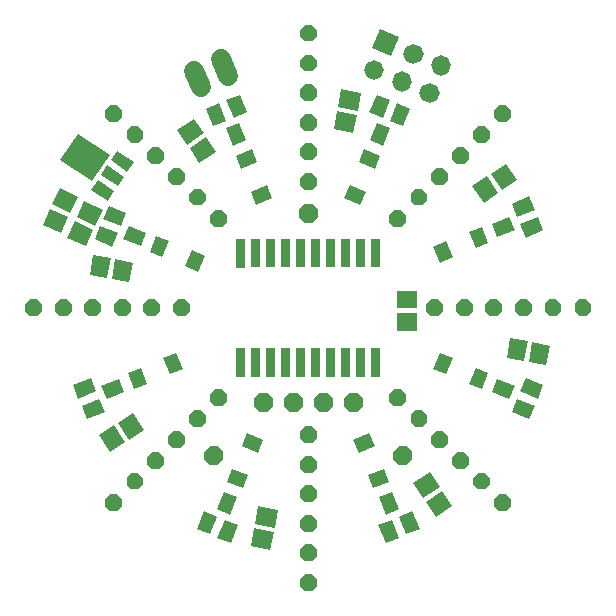
<source format=gbs>
G04 Layer: BottomSolderMaskLayer*
G04 EasyEDA v6.2.46, 2019-12-20T15:47:03+02:00*
G04 e460ad1c73c14af8b4042999b0e6f5d6,e8986612fe13436f8f5b72e5f572de6a,00*
G04 Gerber Generator version 0.2*
G04 Scale: 100 percent, Rotated: No, Reflected: No *
G04 Dimensions in inches *
G04 leading zeros omitted , absolute positions ,2 integer and 4 decimal *
%FSLAX24Y24*%
%MOIN*%
G90*
G70D02*

%ADD23C,0.068000*%

%LPD*%
G54D23*
G01X6026Y17748D02*
G01X6256Y17194D01*
G01X6950Y18131D02*
G01X7180Y17576D01*
G36*
G01X7347Y15244D02*
G01X7106Y15828D01*
G01X7543Y16010D01*
G01X7784Y15426D01*
G01X7347Y15244D01*
G37*
G36*
G01X7361Y16188D02*
G01X7120Y16772D01*
G01X7556Y16953D01*
G01X7798Y16369D01*
G01X7361Y16188D01*
G37*
G36*
G01X6670Y15902D02*
G01X6429Y16485D01*
G01X6866Y16667D01*
G01X7108Y16084D01*
G01X6670Y15902D01*
G37*
G36*
G01X4260Y11898D02*
G01X3677Y12140D01*
G01X3858Y12578D01*
G01X4441Y12336D01*
G01X4260Y11898D01*
G37*
G36*
G01X3603Y12575D02*
G01X3020Y12816D01*
G01X3201Y13255D01*
G01X3784Y13013D01*
G01X3603Y12575D01*
G37*
G36*
G01X3317Y11884D02*
G01X2734Y12126D01*
G01X2915Y12564D01*
G01X3497Y12322D01*
G01X3317Y11884D01*
G37*
G36*
G01X3131Y6806D02*
G01X2949Y7244D01*
G01X3533Y7484D01*
G01X3714Y7048D01*
G01X3131Y6806D01*
G37*
G36*
G01X2187Y6820D02*
G01X2005Y7258D01*
G01X2589Y7498D01*
G01X2771Y7062D01*
G01X2187Y6820D01*
G37*
G36*
G01X2474Y6129D02*
G01X2292Y6567D01*
G01X2876Y6808D01*
G01X3057Y6371D01*
G01X2474Y6129D01*
G37*
G36*
G01X7244Y2949D02*
G01X6806Y3131D01*
G01X7048Y3714D01*
G01X7484Y3533D01*
G01X7244Y2949D01*
G37*
G36*
G01X6567Y2292D02*
G01X6129Y2474D01*
G01X6371Y3057D01*
G01X6808Y2876D01*
G01X6567Y2292D01*
G37*
G36*
G01X7258Y2005D02*
G01X6820Y2187D01*
G01X7062Y2771D01*
G01X7498Y2589D01*
G01X7258Y2005D01*
G37*
G36*
G01X12441Y2949D02*
G01X12200Y3533D01*
G01X12637Y3714D01*
G01X12879Y3131D01*
G01X12441Y2949D01*
G37*
G36*
G01X12427Y2005D02*
G01X12186Y2589D01*
G01X12623Y2771D01*
G01X12865Y2187D01*
G01X12427Y2005D01*
G37*
G36*
G01X13118Y2292D02*
G01X12877Y2876D01*
G01X13313Y3057D01*
G01X13556Y2474D01*
G01X13118Y2292D01*
G37*
G36*
G01X16554Y6806D02*
G01X15971Y7048D01*
G01X16152Y7484D01*
G01X16735Y7244D01*
G01X16554Y6806D01*
G37*
G36*
G01X17211Y6129D02*
G01X16628Y6371D01*
G01X16809Y6808D01*
G01X17393Y6567D01*
G01X17211Y6129D01*
G37*
G36*
G01X17498Y6820D02*
G01X16914Y7062D01*
G01X17096Y7498D01*
G01X17679Y7258D01*
G01X17498Y6820D01*
G37*
G36*
G01X16152Y12200D02*
G01X15971Y12637D01*
G01X16554Y12879D01*
G01X16735Y12441D01*
G01X16152Y12200D01*
G37*
G36*
G01X17096Y12186D02*
G01X16914Y12623D01*
G01X17498Y12865D01*
G01X17679Y12427D01*
G01X17096Y12186D01*
G37*
G36*
G01X16809Y12877D02*
G01X16628Y13313D01*
G01X17211Y13556D01*
G01X17393Y13118D01*
G01X16809Y12877D01*
G37*
G36*
G01X12336Y15244D02*
G01X11898Y15425D01*
G01X12140Y16008D01*
G01X12578Y15827D01*
G01X12336Y15244D01*
G37*
G36*
G01X13013Y15901D02*
G01X12575Y16082D01*
G01X12816Y16665D01*
G01X13255Y16484D01*
G01X13013Y15901D01*
G37*
G36*
G01X12322Y16187D02*
G01X11884Y16368D01*
G01X12126Y16951D01*
G01X12564Y16770D01*
G01X12322Y16187D01*
G37*
G36*
G01X6218Y14663D02*
G01X5889Y15156D01*
G01X6445Y15529D01*
G01X6775Y15037D01*
G01X6218Y14663D01*
G37*
G36*
G01X5802Y15286D02*
G01X5473Y15778D01*
G01X6030Y16151D01*
G01X6359Y15659D01*
G01X5802Y15286D01*
G37*
G36*
G01X3870Y10689D02*
G01X3290Y10804D01*
G01X3420Y11462D01*
G01X4001Y11347D01*
G01X3870Y10689D01*
G37*
G36*
G01X3136Y10834D02*
G01X2556Y10949D01*
G01X2686Y11607D01*
G01X3267Y11492D01*
G01X3136Y10834D01*
G37*
G36*
G01X3874Y5452D02*
G01X3501Y6009D01*
G01X3993Y6338D01*
G01X4366Y5781D01*
G01X3874Y5452D01*
G37*
G36*
G01X3253Y5035D02*
G01X2880Y5593D01*
G01X3371Y5922D01*
G01X3744Y5365D01*
G01X3253Y5035D01*
G37*
G36*
G01X8727Y2517D02*
G01X8069Y2648D01*
G01X8184Y3228D01*
G01X8842Y3098D01*
G01X8727Y2517D01*
G37*
G36*
G01X8582Y1784D02*
G01X7923Y1914D01*
G01X8039Y2494D01*
G01X8697Y2364D01*
G01X8582Y1784D01*
G37*
G36*
G01X13676Y3501D02*
G01X13347Y3993D01*
G01X13904Y4366D01*
G01X14233Y3874D01*
G01X13676Y3501D01*
G37*
G36*
G01X14091Y2880D02*
G01X13763Y3371D01*
G01X14319Y3744D01*
G01X14650Y3253D01*
G01X14091Y2880D01*
G37*
G36*
G01X17037Y8069D02*
G01X16457Y8184D01*
G01X16587Y8842D01*
G01X17168Y8727D01*
G01X17037Y8069D01*
G37*
G36*
G01X17771Y7923D02*
G01X17191Y8039D01*
G01X17321Y8697D01*
G01X17901Y8582D01*
G01X17771Y7923D01*
G37*
G36*
G01X15691Y13347D02*
G01X15319Y13904D01*
G01X15811Y14233D01*
G01X16184Y13676D01*
G01X15691Y13347D01*
G37*
G36*
G01X16313Y13763D02*
G01X15941Y14319D01*
G01X16432Y14650D01*
G01X16805Y14091D01*
G01X16313Y13763D01*
G37*
G36*
G01X11347Y15684D02*
G01X10689Y15815D01*
G01X10804Y16395D01*
G01X11462Y16265D01*
G01X11347Y15684D01*
G37*
G36*
G01X11492Y16418D02*
G01X10834Y16549D01*
G01X10949Y17129D01*
G01X11607Y16999D01*
G01X11492Y16418D01*
G37*
G36*
G01X12790Y9080D02*
G01X12790Y9672D01*
G01X13460Y9672D01*
G01X13460Y9080D01*
G01X12790Y9080D01*
G37*
G36*
G01X12790Y9828D02*
G01X12790Y10420D01*
G01X13460Y10420D01*
G01X13460Y9828D01*
G01X12790Y9828D01*
G37*
G36*
G01X12609Y18245D02*
G01X11980Y18505D01*
G01X12240Y19133D01*
G01X12869Y18873D01*
G01X12609Y18245D01*
G37*
G36*
G01X12042Y17422D02*
G01X11799Y17523D01*
G01X11699Y17765D01*
G01X11799Y18008D01*
G01X12042Y18109D01*
G01X12285Y18008D01*
G01X12385Y17765D01*
G01X12285Y17523D01*
G01X12042Y17422D01*
G37*
G36*
G01X13347Y17963D02*
G01X13106Y18064D01*
G01X13005Y18307D01*
G01X13106Y18549D01*
G01X13347Y18650D01*
G01X13591Y18549D01*
G01X13691Y18307D01*
G01X13591Y18064D01*
G01X13347Y17963D01*
G37*
G36*
G01X12966Y17039D02*
G01X12723Y17140D01*
G01X12622Y17383D01*
G01X12723Y17625D01*
G01X12966Y17726D01*
G01X13209Y17625D01*
G01X13309Y17383D01*
G01X13209Y17140D01*
G01X12966Y17039D01*
G37*
G36*
G01X14272Y17581D02*
G01X14030Y17681D01*
G01X13929Y17924D01*
G01X14030Y18167D01*
G01X14272Y18267D01*
G01X14515Y18167D01*
G01X14616Y17924D01*
G01X14515Y17681D01*
G01X14272Y17581D01*
G37*
G36*
G01X13890Y16657D02*
G01X13647Y16757D01*
G01X13546Y17000D01*
G01X13647Y17243D01*
G01X13890Y17343D01*
G01X14132Y17243D01*
G01X14233Y17000D01*
G01X14132Y16757D01*
G01X13890Y16657D01*
G37*
G36*
G01X2425Y11902D02*
G01X1817Y12185D01*
G01X2067Y12722D01*
G01X2675Y12438D01*
G01X2425Y11902D01*
G37*
G36*
G01X2741Y12580D02*
G01X2133Y12863D01*
G01X2383Y13400D01*
G01X2991Y13116D01*
G01X2741Y12580D01*
G37*
G36*
G01X1602Y12333D02*
G01X994Y12616D01*
G01X1245Y13152D01*
G01X1852Y12869D01*
G01X1602Y12333D01*
G37*
G36*
G01X1918Y13010D02*
G01X1311Y13294D01*
G01X1561Y13830D01*
G01X2168Y13547D01*
G01X1918Y13010D01*
G37*
G36*
G01X6562Y4604D02*
G01X6376Y4790D01*
G01X6376Y5053D01*
G01X6562Y5238D01*
G01X6823Y5238D01*
G01X7009Y5053D01*
G01X7009Y4790D01*
G01X6823Y4604D01*
G01X6562Y4604D01*
G37*
G36*
G01X9711Y12675D02*
G01X9525Y12861D01*
G01X9525Y13122D01*
G01X9711Y13309D01*
G01X9974Y13309D01*
G01X10160Y13122D01*
G01X10160Y12861D01*
G01X9974Y12675D01*
G01X9711Y12675D01*
G37*
G36*
G01X8211Y6376D02*
G01X8025Y6562D01*
G01X8025Y6823D01*
G01X8211Y7009D01*
G01X8474Y7009D01*
G01X8660Y6823D01*
G01X8660Y6562D01*
G01X8474Y6376D01*
G01X8211Y6376D01*
G37*
G36*
G01X9211Y6376D02*
G01X9025Y6562D01*
G01X9025Y6823D01*
G01X9211Y7009D01*
G01X9474Y7009D01*
G01X9660Y6823D01*
G01X9660Y6562D01*
G01X9474Y6376D01*
G01X9211Y6376D01*
G37*
G36*
G01X10211Y6376D02*
G01X10025Y6562D01*
G01X10025Y6823D01*
G01X10211Y7009D01*
G01X10474Y7009D01*
G01X10660Y6823D01*
G01X10660Y6562D01*
G01X10474Y6376D01*
G01X10211Y6376D01*
G37*
G36*
G01X11211Y6376D02*
G01X11025Y6562D01*
G01X11025Y6823D01*
G01X11211Y7009D01*
G01X11474Y7009D01*
G01X11660Y6823D01*
G01X11660Y6562D01*
G01X11474Y6376D01*
G01X11211Y6376D01*
G37*
G36*
G01X12861Y4604D02*
G01X12675Y4790D01*
G01X12675Y5053D01*
G01X12861Y5238D01*
G01X13122Y5238D01*
G01X13309Y5053D01*
G01X13309Y4790D01*
G01X13122Y4604D01*
G01X12861Y4604D01*
G37*
G36*
G01X8101Y13288D02*
G01X7925Y13713D01*
G01X8461Y13936D01*
G01X8637Y13511D01*
G01X8101Y13288D01*
G37*
G36*
G01X7608Y14478D02*
G01X7431Y14903D01*
G01X7968Y15125D01*
G01X8144Y14700D01*
G01X7608Y14478D01*
G37*
G36*
G01X6174Y11048D02*
G01X5749Y11224D01*
G01X5971Y11760D01*
G01X6396Y11584D01*
G01X6174Y11048D01*
G37*
G36*
G01X4985Y11541D02*
G01X4560Y11717D01*
G01X4781Y12253D01*
G01X5206Y12077D01*
G01X4985Y11541D01*
G37*
G36*
G01X5243Y7623D02*
G01X5021Y8159D01*
G01X5446Y8335D01*
G01X5668Y7800D01*
G01X5243Y7623D01*
G37*
G36*
G01X4054Y7131D02*
G01X3832Y7667D01*
G01X4257Y7843D01*
G01X4479Y7306D01*
G01X4054Y7131D01*
G37*
G36*
G01X8159Y5021D02*
G01X7623Y5243D01*
G01X7800Y5668D01*
G01X8335Y5446D01*
G01X8159Y5021D01*
G37*
G36*
G01X7667Y3832D02*
G01X7131Y4054D01*
G01X7306Y4479D01*
G01X7843Y4257D01*
G01X7667Y3832D01*
G37*
G36*
G01X11526Y5021D02*
G01X11349Y5446D01*
G01X11885Y5668D01*
G01X12061Y5243D01*
G01X11526Y5021D01*
G37*
G36*
G01X12018Y3832D02*
G01X11842Y4257D01*
G01X12378Y4479D01*
G01X12554Y4054D01*
G01X12018Y3832D01*
G37*
G36*
G01X14441Y7623D02*
G01X14016Y7800D01*
G01X14238Y8335D01*
G01X14663Y8159D01*
G01X14441Y7623D01*
G37*
G36*
G01X15631Y7131D02*
G01X15206Y7306D01*
G01X15428Y7843D01*
G01X15853Y7667D01*
G01X15631Y7131D01*
G37*
G36*
G01X14238Y11349D02*
G01X14016Y11885D01*
G01X14441Y12061D01*
G01X14663Y11526D01*
G01X14238Y11349D01*
G37*
G36*
G01X15428Y11842D02*
G01X15206Y12378D01*
G01X15631Y12554D01*
G01X15853Y12018D01*
G01X15428Y11842D01*
G37*
G36*
G01X11584Y13288D02*
G01X11048Y13511D01*
G01X11224Y13936D01*
G01X11760Y13713D01*
G01X11584Y13288D01*
G37*
G36*
G01X12077Y14479D02*
G01X11541Y14700D01*
G01X11717Y15125D01*
G01X12253Y14903D01*
G01X12077Y14479D01*
G37*
G36*
G01X11933Y7543D02*
G01X11933Y8493D01*
G01X12253Y8493D01*
G01X12253Y7543D01*
G01X11933Y7543D01*
G37*
G36*
G01X11433Y7543D02*
G01X11433Y8493D01*
G01X11753Y8493D01*
G01X11753Y7543D01*
G01X11433Y7543D01*
G37*
G36*
G01X10933Y7543D02*
G01X10933Y8493D01*
G01X11253Y8493D01*
G01X11253Y7543D01*
G01X10933Y7543D01*
G37*
G36*
G01X10433Y7543D02*
G01X10433Y8493D01*
G01X10753Y8493D01*
G01X10753Y7543D01*
G01X10433Y7543D01*
G37*
G36*
G01X9933Y7543D02*
G01X9933Y8493D01*
G01X10253Y8493D01*
G01X10253Y7543D01*
G01X9933Y7543D01*
G37*
G36*
G01X9433Y7543D02*
G01X9433Y8493D01*
G01X9753Y8493D01*
G01X9753Y7543D01*
G01X9433Y7543D01*
G37*
G36*
G01X8933Y7543D02*
G01X8933Y8493D01*
G01X9253Y8493D01*
G01X9253Y7543D01*
G01X8933Y7543D01*
G37*
G36*
G01X8433Y7543D02*
G01X8433Y8493D01*
G01X8753Y8493D01*
G01X8753Y7543D01*
G01X8433Y7543D01*
G37*
G36*
G01X7931Y7543D02*
G01X7931Y8493D01*
G01X8253Y8493D01*
G01X8253Y7543D01*
G01X7931Y7543D01*
G37*
G36*
G01X7431Y7543D02*
G01X7431Y8493D01*
G01X7753Y8493D01*
G01X7753Y7543D01*
G01X7431Y7543D01*
G37*
G36*
G01X7931Y11193D02*
G01X7931Y12143D01*
G01X8253Y12143D01*
G01X8253Y11193D01*
G01X7931Y11193D01*
G37*
G36*
G01X7431Y11183D02*
G01X7431Y12133D01*
G01X7753Y12133D01*
G01X7753Y11183D01*
G01X7431Y11183D01*
G37*
G36*
G01X8433Y11193D02*
G01X8433Y12143D01*
G01X8753Y12143D01*
G01X8753Y11193D01*
G01X8433Y11193D01*
G37*
G36*
G01X8933Y11193D02*
G01X8933Y12143D01*
G01X9253Y12143D01*
G01X9253Y11193D01*
G01X8933Y11193D01*
G37*
G36*
G01X9433Y11193D02*
G01X9433Y12143D01*
G01X9753Y12143D01*
G01X9753Y11193D01*
G01X9433Y11193D01*
G37*
G36*
G01X9933Y11193D02*
G01X9933Y12143D01*
G01X10253Y12143D01*
G01X10253Y11193D01*
G01X9933Y11193D01*
G37*
G36*
G01X10433Y11193D02*
G01X10433Y12143D01*
G01X10753Y12143D01*
G01X10753Y11193D01*
G01X10433Y11193D01*
G37*
G36*
G01X10933Y11193D02*
G01X10933Y12143D01*
G01X11253Y12143D01*
G01X11253Y11193D01*
G01X10933Y11193D01*
G37*
G36*
G01X11433Y11193D02*
G01X11433Y12143D01*
G01X11753Y12143D01*
G01X11753Y11193D01*
G01X11433Y11193D01*
G37*
G36*
G01X11933Y11193D02*
G01X11933Y12143D01*
G01X12253Y12143D01*
G01X12253Y11193D01*
G01X11933Y11193D01*
G37*
G36*
G01X3165Y13401D02*
G01X2607Y13772D01*
G01X2826Y14102D01*
G01X3384Y13730D01*
G01X3165Y13401D01*
G37*
G36*
G01X3820Y14384D02*
G01X3261Y14756D01*
G01X3482Y15084D01*
G01X4039Y14712D01*
G01X3820Y14384D01*
G37*
G36*
G01X3493Y13891D02*
G01X2935Y14263D01*
G01X3154Y14593D01*
G01X3711Y14221D01*
G01X3493Y13891D01*
G37*
G36*
G01X2635Y14062D02*
G01X1586Y14762D01*
G01X2177Y15647D01*
G01X3226Y14947D01*
G01X2635Y14062D01*
G37*
G36*
G01X9726Y14787D02*
G01X9562Y14951D01*
G01X9562Y15183D01*
G01X9726Y15347D01*
G01X9959Y15347D01*
G01X10123Y15183D01*
G01X10123Y14951D01*
G01X9959Y14787D01*
G01X9726Y14787D01*
G37*
G36*
G01X9726Y13787D02*
G01X9562Y13951D01*
G01X9562Y14183D01*
G01X9726Y14347D01*
G01X9959Y14347D01*
G01X10123Y14183D01*
G01X10123Y13951D01*
G01X9959Y13787D01*
G01X9726Y13787D01*
G37*
G36*
G01X9726Y16755D02*
G01X9562Y16919D01*
G01X9562Y17151D01*
G01X9726Y17316D01*
G01X9959Y17316D01*
G01X10123Y17151D01*
G01X10123Y16919D01*
G01X9959Y16755D01*
G01X9726Y16755D01*
G37*
G36*
G01X9726Y15755D02*
G01X9562Y15919D01*
G01X9562Y16151D01*
G01X9726Y16316D01*
G01X9959Y16316D01*
G01X10123Y16151D01*
G01X10123Y15919D01*
G01X9959Y15755D01*
G01X9726Y15755D01*
G37*
G36*
G01X9726Y18724D02*
G01X9562Y18888D01*
G01X9562Y19120D01*
G01X9726Y19284D01*
G01X9959Y19284D01*
G01X10123Y19120D01*
G01X10123Y18888D01*
G01X9959Y18724D01*
G01X9726Y18724D01*
G37*
G36*
G01X9726Y17724D02*
G01X9562Y17888D01*
G01X9562Y18120D01*
G01X9726Y18284D01*
G01X9959Y18284D01*
G01X10123Y18120D01*
G01X10123Y17888D01*
G01X9959Y17724D01*
G01X9726Y17724D01*
G37*
G36*
G01X6032Y13257D02*
G01X5868Y13421D01*
G01X5868Y13653D01*
G01X6032Y13816D01*
G01X6264Y13816D01*
G01X6429Y13653D01*
G01X6429Y13421D01*
G01X6264Y13257D01*
G01X6032Y13257D01*
G37*
G36*
G01X6739Y12549D02*
G01X6575Y12714D01*
G01X6575Y12946D01*
G01X6739Y13110D01*
G01X6970Y13110D01*
G01X7136Y12946D01*
G01X7136Y12714D01*
G01X6970Y12549D01*
G01X6739Y12549D01*
G37*
G36*
G01X4640Y14647D02*
G01X4476Y14813D01*
G01X4476Y15044D01*
G01X4640Y15209D01*
G01X4872Y15209D01*
G01X5037Y15044D01*
G01X5037Y14813D01*
G01X4872Y14647D01*
G01X4640Y14647D01*
G37*
G36*
G01X5347Y13941D02*
G01X5183Y14105D01*
G01X5183Y14338D01*
G01X5347Y14502D01*
G01X5579Y14502D01*
G01X5744Y14338D01*
G01X5744Y14105D01*
G01X5579Y13941D01*
G01X5347Y13941D01*
G37*
G36*
G01X3247Y16040D02*
G01X3084Y16205D01*
G01X3084Y16437D01*
G01X3247Y16601D01*
G01X3479Y16601D01*
G01X3645Y16437D01*
G01X3645Y16205D01*
G01X3479Y16040D01*
G01X3247Y16040D01*
G37*
G36*
G01X3954Y15333D02*
G01X3790Y15497D01*
G01X3790Y15730D01*
G01X3954Y15894D01*
G01X4188Y15894D01*
G01X4352Y15730D01*
G01X4352Y15497D01*
G01X4188Y15333D01*
G01X3954Y15333D01*
G37*
G36*
G01X4502Y9562D02*
G01X4338Y9726D01*
G01X4338Y9959D01*
G01X4502Y10123D01*
G01X4734Y10123D01*
G01X4898Y9959D01*
G01X4898Y9726D01*
G01X4734Y9562D01*
G01X4502Y9562D01*
G37*
G36*
G01X5502Y9562D02*
G01X5338Y9726D01*
G01X5338Y9959D01*
G01X5502Y10123D01*
G01X5734Y10123D01*
G01X5898Y9959D01*
G01X5898Y9726D01*
G01X5734Y9562D01*
G01X5502Y9562D01*
G37*
G36*
G01X2534Y9562D02*
G01X2369Y9726D01*
G01X2369Y9959D01*
G01X2534Y10123D01*
G01X2766Y10123D01*
G01X2930Y9959D01*
G01X2930Y9726D01*
G01X2766Y9562D01*
G01X2534Y9562D01*
G37*
G36*
G01X3534Y9562D02*
G01X3369Y9726D01*
G01X3369Y9959D01*
G01X3534Y10123D01*
G01X3765Y10123D01*
G01X3929Y9959D01*
G01X3929Y9726D01*
G01X3765Y9562D01*
G01X3534Y9562D01*
G37*
G36*
G01X565Y9562D02*
G01X401Y9726D01*
G01X401Y9959D01*
G01X565Y10123D01*
G01X797Y10123D01*
G01X961Y9959D01*
G01X961Y9726D01*
G01X797Y9562D01*
G01X565Y9562D01*
G37*
G36*
G01X1565Y9562D02*
G01X1401Y9726D01*
G01X1401Y9959D01*
G01X1565Y10123D01*
G01X1797Y10123D01*
G01X1961Y9959D01*
G01X1961Y9726D01*
G01X1797Y9562D01*
G01X1565Y9562D01*
G37*
G36*
G01X6032Y5868D02*
G01X5868Y6032D01*
G01X5868Y6264D01*
G01X6032Y6429D01*
G01X6264Y6429D01*
G01X6429Y6264D01*
G01X6429Y6032D01*
G01X6264Y5868D01*
G01X6032Y5868D01*
G37*
G36*
G01X6739Y6575D02*
G01X6575Y6739D01*
G01X6575Y6970D01*
G01X6739Y7136D01*
G01X6970Y7136D01*
G01X7136Y6970D01*
G01X7136Y6739D01*
G01X6970Y6575D01*
G01X6739Y6575D01*
G37*
G36*
G01X4640Y4476D02*
G01X4476Y4640D01*
G01X4476Y4872D01*
G01X4640Y5037D01*
G01X4872Y5037D01*
G01X5037Y4872D01*
G01X5037Y4640D01*
G01X4872Y4476D01*
G01X4640Y4476D01*
G37*
G36*
G01X5347Y5183D02*
G01X5183Y5347D01*
G01X5183Y5579D01*
G01X5347Y5744D01*
G01X5579Y5744D01*
G01X5744Y5579D01*
G01X5744Y5347D01*
G01X5579Y5183D01*
G01X5347Y5183D01*
G37*
G36*
G01X3247Y3084D02*
G01X3084Y3247D01*
G01X3084Y3479D01*
G01X3247Y3645D01*
G01X3479Y3645D01*
G01X3645Y3479D01*
G01X3645Y3247D01*
G01X3479Y3084D01*
G01X3247Y3084D01*
G37*
G36*
G01X3954Y3790D02*
G01X3790Y3954D01*
G01X3790Y4188D01*
G01X3954Y4352D01*
G01X4188Y4352D01*
G01X4352Y4188D01*
G01X4352Y3954D01*
G01X4188Y3790D01*
G01X3954Y3790D01*
G37*
G36*
G01X9726Y4338D02*
G01X9562Y4502D01*
G01X9562Y4734D01*
G01X9726Y4898D01*
G01X9959Y4898D01*
G01X10123Y4734D01*
G01X10123Y4502D01*
G01X9959Y4338D01*
G01X9726Y4338D01*
G37*
G36*
G01X9726Y5338D02*
G01X9562Y5502D01*
G01X9562Y5734D01*
G01X9726Y5898D01*
G01X9959Y5898D01*
G01X10123Y5734D01*
G01X10123Y5502D01*
G01X9959Y5338D01*
G01X9726Y5338D01*
G37*
G36*
G01X9726Y2369D02*
G01X9562Y2534D01*
G01X9562Y2766D01*
G01X9726Y2930D01*
G01X9959Y2930D01*
G01X10123Y2766D01*
G01X10123Y2534D01*
G01X9959Y2369D01*
G01X9726Y2369D01*
G37*
G36*
G01X9726Y3369D02*
G01X9562Y3534D01*
G01X9562Y3765D01*
G01X9726Y3929D01*
G01X9959Y3929D01*
G01X10123Y3765D01*
G01X10123Y3534D01*
G01X9959Y3369D01*
G01X9726Y3369D01*
G37*
G36*
G01X9726Y401D02*
G01X9562Y565D01*
G01X9562Y797D01*
G01X9726Y961D01*
G01X9959Y961D01*
G01X10123Y797D01*
G01X10123Y565D01*
G01X9959Y401D01*
G01X9726Y401D01*
G37*
G36*
G01X9726Y1401D02*
G01X9562Y1565D01*
G01X9562Y1797D01*
G01X9726Y1961D01*
G01X9959Y1961D01*
G01X10123Y1797D01*
G01X10123Y1565D01*
G01X9959Y1401D01*
G01X9726Y1401D01*
G37*
G36*
G01X13421Y5868D02*
G01X13257Y6032D01*
G01X13257Y6264D01*
G01X13421Y6429D01*
G01X13653Y6429D01*
G01X13816Y6264D01*
G01X13816Y6032D01*
G01X13653Y5868D01*
G01X13421Y5868D01*
G37*
G36*
G01X12714Y6575D02*
G01X12549Y6739D01*
G01X12549Y6970D01*
G01X12714Y7136D01*
G01X12946Y7136D01*
G01X13110Y6970D01*
G01X13110Y6739D01*
G01X12946Y6575D01*
G01X12714Y6575D01*
G37*
G36*
G01X14813Y4476D02*
G01X14647Y4640D01*
G01X14647Y4872D01*
G01X14813Y5037D01*
G01X15044Y5037D01*
G01X15209Y4872D01*
G01X15209Y4640D01*
G01X15044Y4476D01*
G01X14813Y4476D01*
G37*
G36*
G01X14105Y5183D02*
G01X13941Y5347D01*
G01X13941Y5579D01*
G01X14105Y5744D01*
G01X14338Y5744D01*
G01X14502Y5579D01*
G01X14502Y5347D01*
G01X14338Y5183D01*
G01X14105Y5183D01*
G37*
G36*
G01X16205Y3084D02*
G01X16040Y3247D01*
G01X16040Y3479D01*
G01X16205Y3645D01*
G01X16437Y3645D01*
G01X16601Y3479D01*
G01X16601Y3247D01*
G01X16437Y3084D01*
G01X16205Y3084D01*
G37*
G36*
G01X15497Y3790D02*
G01X15333Y3954D01*
G01X15333Y4188D01*
G01X15497Y4352D01*
G01X15730Y4352D01*
G01X15894Y4188D01*
G01X15894Y3954D01*
G01X15730Y3790D01*
G01X15497Y3790D01*
G37*
G36*
G01X14951Y9562D02*
G01X14787Y9726D01*
G01X14787Y9959D01*
G01X14951Y10123D01*
G01X15183Y10123D01*
G01X15347Y9959D01*
G01X15347Y9726D01*
G01X15183Y9562D01*
G01X14951Y9562D01*
G37*
G36*
G01X13951Y9562D02*
G01X13787Y9726D01*
G01X13787Y9959D01*
G01X13951Y10123D01*
G01X14183Y10123D01*
G01X14347Y9959D01*
G01X14347Y9726D01*
G01X14183Y9562D01*
G01X13951Y9562D01*
G37*
G36*
G01X16919Y9562D02*
G01X16755Y9726D01*
G01X16755Y9959D01*
G01X16919Y10123D01*
G01X17151Y10123D01*
G01X17316Y9959D01*
G01X17316Y9726D01*
G01X17151Y9562D01*
G01X16919Y9562D01*
G37*
G36*
G01X15919Y9562D02*
G01X15755Y9726D01*
G01X15755Y9959D01*
G01X15919Y10123D01*
G01X16151Y10123D01*
G01X16316Y9959D01*
G01X16316Y9726D01*
G01X16151Y9562D01*
G01X15919Y9562D01*
G37*
G36*
G01X18888Y9562D02*
G01X18724Y9726D01*
G01X18724Y9959D01*
G01X18888Y10123D01*
G01X19120Y10123D01*
G01X19284Y9959D01*
G01X19284Y9726D01*
G01X19120Y9562D01*
G01X18888Y9562D01*
G37*
G36*
G01X17888Y9562D02*
G01X17724Y9726D01*
G01X17724Y9959D01*
G01X17888Y10123D01*
G01X18120Y10123D01*
G01X18284Y9959D01*
G01X18284Y9726D01*
G01X18120Y9562D01*
G01X17888Y9562D01*
G37*
G36*
G01X13421Y13257D02*
G01X13257Y13421D01*
G01X13257Y13653D01*
G01X13421Y13816D01*
G01X13653Y13816D01*
G01X13816Y13653D01*
G01X13816Y13421D01*
G01X13653Y13257D01*
G01X13421Y13257D01*
G37*
G36*
G01X12714Y12549D02*
G01X12549Y12714D01*
G01X12549Y12946D01*
G01X12714Y13110D01*
G01X12946Y13110D01*
G01X13110Y12946D01*
G01X13110Y12714D01*
G01X12946Y12549D01*
G01X12714Y12549D01*
G37*
G36*
G01X14813Y14647D02*
G01X14647Y14813D01*
G01X14647Y15044D01*
G01X14813Y15209D01*
G01X15044Y15209D01*
G01X15209Y15044D01*
G01X15209Y14813D01*
G01X15044Y14647D01*
G01X14813Y14647D01*
G37*
G36*
G01X14105Y13941D02*
G01X13941Y14105D01*
G01X13941Y14338D01*
G01X14105Y14502D01*
G01X14338Y14502D01*
G01X14502Y14338D01*
G01X14502Y14105D01*
G01X14338Y13941D01*
G01X14105Y13941D01*
G37*
G36*
G01X16205Y16040D02*
G01X16040Y16205D01*
G01X16040Y16437D01*
G01X16205Y16601D01*
G01X16437Y16601D01*
G01X16601Y16437D01*
G01X16601Y16205D01*
G01X16437Y16040D01*
G01X16205Y16040D01*
G37*
G36*
G01X15497Y15333D02*
G01X15333Y15497D01*
G01X15333Y15730D01*
G01X15497Y15894D01*
G01X15730Y15894D01*
G01X15894Y15730D01*
G01X15894Y15497D01*
G01X15730Y15333D01*
G01X15497Y15333D01*
G37*
M00*
M02*

</source>
